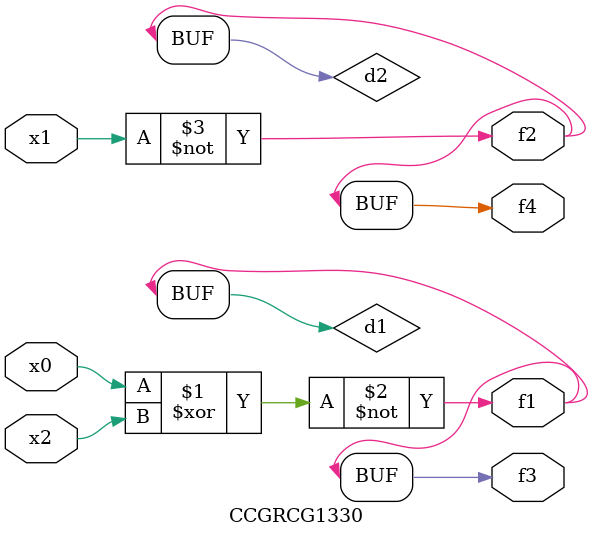
<source format=v>
module CCGRCG1330(
	input x0, x1, x2,
	output f1, f2, f3, f4
);

	wire d1, d2, d3;

	xnor (d1, x0, x2);
	nand (d2, x1);
	nor (d3, x1, x2);
	assign f1 = d1;
	assign f2 = d2;
	assign f3 = d1;
	assign f4 = d2;
endmodule

</source>
